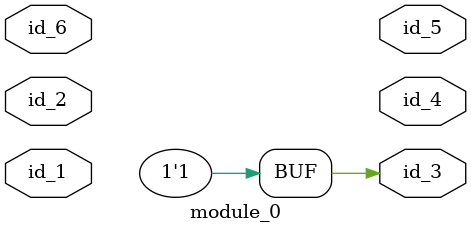
<source format=v>
module module_0 (
    id_1,
    id_2,
    id_3,
    id_4,
    id_5,
    id_6
);
  inout id_6;
  output id_5;
  output id_4;
  output id_3;
  input id_2;
  inout id_1;
  assign id_3 = 1'd0 - 1;
endmodule

</source>
